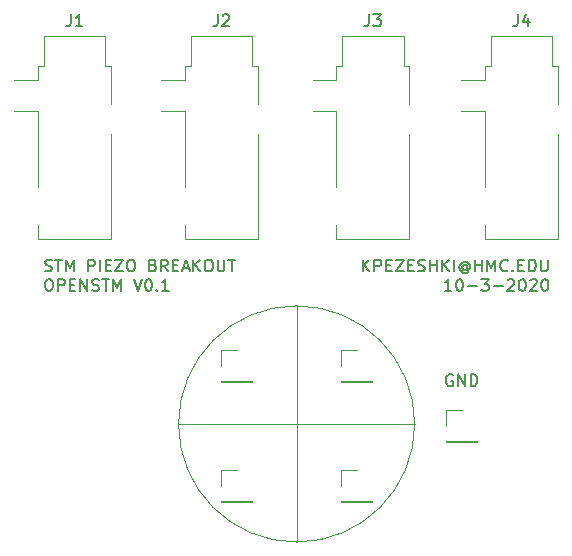
<source format=gbr>
%TF.GenerationSoftware,KiCad,Pcbnew,(5.1.6)-1*%
%TF.CreationDate,2020-10-08T10:17:58-07:00*%
%TF.ProjectId,piezobreakout,7069657a-6f62-4726-9561-6b6f75742e6b,rev?*%
%TF.SameCoordinates,Original*%
%TF.FileFunction,Legend,Top*%
%TF.FilePolarity,Positive*%
%FSLAX46Y46*%
G04 Gerber Fmt 4.6, Leading zero omitted, Abs format (unit mm)*
G04 Created by KiCad (PCBNEW (5.1.6)-1) date 2020-10-08 10:17:58*
%MOMM*%
%LPD*%
G01*
G04 APERTURE LIST*
%ADD10C,0.150000*%
%ADD11C,0.120000*%
G04 APERTURE END LIST*
D10*
X133857738Y-94877380D02*
X133857738Y-93877380D01*
X134429166Y-94877380D02*
X134000595Y-94305952D01*
X134429166Y-93877380D02*
X133857738Y-94448809D01*
X134857738Y-94877380D02*
X134857738Y-93877380D01*
X135238690Y-93877380D01*
X135333928Y-93925000D01*
X135381547Y-93972619D01*
X135429166Y-94067857D01*
X135429166Y-94210714D01*
X135381547Y-94305952D01*
X135333928Y-94353571D01*
X135238690Y-94401190D01*
X134857738Y-94401190D01*
X135857738Y-94353571D02*
X136191071Y-94353571D01*
X136333928Y-94877380D02*
X135857738Y-94877380D01*
X135857738Y-93877380D01*
X136333928Y-93877380D01*
X136667261Y-93877380D02*
X137333928Y-93877380D01*
X136667261Y-94877380D01*
X137333928Y-94877380D01*
X137714880Y-94353571D02*
X138048214Y-94353571D01*
X138191071Y-94877380D02*
X137714880Y-94877380D01*
X137714880Y-93877380D01*
X138191071Y-93877380D01*
X138572023Y-94829761D02*
X138714880Y-94877380D01*
X138952976Y-94877380D01*
X139048214Y-94829761D01*
X139095833Y-94782142D01*
X139143452Y-94686904D01*
X139143452Y-94591666D01*
X139095833Y-94496428D01*
X139048214Y-94448809D01*
X138952976Y-94401190D01*
X138762500Y-94353571D01*
X138667261Y-94305952D01*
X138619642Y-94258333D01*
X138572023Y-94163095D01*
X138572023Y-94067857D01*
X138619642Y-93972619D01*
X138667261Y-93925000D01*
X138762500Y-93877380D01*
X139000595Y-93877380D01*
X139143452Y-93925000D01*
X139572023Y-94877380D02*
X139572023Y-93877380D01*
X139572023Y-94353571D02*
X140143452Y-94353571D01*
X140143452Y-94877380D02*
X140143452Y-93877380D01*
X140619642Y-94877380D02*
X140619642Y-93877380D01*
X141191071Y-94877380D02*
X140762500Y-94305952D01*
X141191071Y-93877380D02*
X140619642Y-94448809D01*
X141619642Y-94877380D02*
X141619642Y-93877380D01*
X142714880Y-94401190D02*
X142667261Y-94353571D01*
X142572023Y-94305952D01*
X142476785Y-94305952D01*
X142381547Y-94353571D01*
X142333928Y-94401190D01*
X142286309Y-94496428D01*
X142286309Y-94591666D01*
X142333928Y-94686904D01*
X142381547Y-94734523D01*
X142476785Y-94782142D01*
X142572023Y-94782142D01*
X142667261Y-94734523D01*
X142714880Y-94686904D01*
X142714880Y-94305952D02*
X142714880Y-94686904D01*
X142762500Y-94734523D01*
X142810119Y-94734523D01*
X142905357Y-94686904D01*
X142952976Y-94591666D01*
X142952976Y-94353571D01*
X142857738Y-94210714D01*
X142714880Y-94115476D01*
X142524404Y-94067857D01*
X142333928Y-94115476D01*
X142191071Y-94210714D01*
X142095833Y-94353571D01*
X142048214Y-94544047D01*
X142095833Y-94734523D01*
X142191071Y-94877380D01*
X142333928Y-94972619D01*
X142524404Y-95020238D01*
X142714880Y-94972619D01*
X142857738Y-94877380D01*
X143381547Y-94877380D02*
X143381547Y-93877380D01*
X143381547Y-94353571D02*
X143952976Y-94353571D01*
X143952976Y-94877380D02*
X143952976Y-93877380D01*
X144429166Y-94877380D02*
X144429166Y-93877380D01*
X144762500Y-94591666D01*
X145095833Y-93877380D01*
X145095833Y-94877380D01*
X146143452Y-94782142D02*
X146095833Y-94829761D01*
X145952976Y-94877380D01*
X145857738Y-94877380D01*
X145714880Y-94829761D01*
X145619642Y-94734523D01*
X145572023Y-94639285D01*
X145524404Y-94448809D01*
X145524404Y-94305952D01*
X145572023Y-94115476D01*
X145619642Y-94020238D01*
X145714880Y-93925000D01*
X145857738Y-93877380D01*
X145952976Y-93877380D01*
X146095833Y-93925000D01*
X146143452Y-93972619D01*
X146572023Y-94782142D02*
X146619642Y-94829761D01*
X146572023Y-94877380D01*
X146524404Y-94829761D01*
X146572023Y-94782142D01*
X146572023Y-94877380D01*
X147048214Y-94353571D02*
X147381547Y-94353571D01*
X147524404Y-94877380D02*
X147048214Y-94877380D01*
X147048214Y-93877380D01*
X147524404Y-93877380D01*
X147952976Y-94877380D02*
X147952976Y-93877380D01*
X148191071Y-93877380D01*
X148333928Y-93925000D01*
X148429166Y-94020238D01*
X148476785Y-94115476D01*
X148524404Y-94305952D01*
X148524404Y-94448809D01*
X148476785Y-94639285D01*
X148429166Y-94734523D01*
X148333928Y-94829761D01*
X148191071Y-94877380D01*
X147952976Y-94877380D01*
X148952976Y-93877380D02*
X148952976Y-94686904D01*
X149000595Y-94782142D01*
X149048214Y-94829761D01*
X149143452Y-94877380D01*
X149333928Y-94877380D01*
X149429166Y-94829761D01*
X149476785Y-94782142D01*
X149524404Y-94686904D01*
X149524404Y-93877380D01*
X141381547Y-96527380D02*
X140810119Y-96527380D01*
X141095833Y-96527380D02*
X141095833Y-95527380D01*
X141000595Y-95670238D01*
X140905357Y-95765476D01*
X140810119Y-95813095D01*
X142000595Y-95527380D02*
X142095833Y-95527380D01*
X142191071Y-95575000D01*
X142238690Y-95622619D01*
X142286309Y-95717857D01*
X142333928Y-95908333D01*
X142333928Y-96146428D01*
X142286309Y-96336904D01*
X142238690Y-96432142D01*
X142191071Y-96479761D01*
X142095833Y-96527380D01*
X142000595Y-96527380D01*
X141905357Y-96479761D01*
X141857738Y-96432142D01*
X141810119Y-96336904D01*
X141762500Y-96146428D01*
X141762500Y-95908333D01*
X141810119Y-95717857D01*
X141857738Y-95622619D01*
X141905357Y-95575000D01*
X142000595Y-95527380D01*
X142762500Y-96146428D02*
X143524404Y-96146428D01*
X143905357Y-95527380D02*
X144524404Y-95527380D01*
X144191071Y-95908333D01*
X144333928Y-95908333D01*
X144429166Y-95955952D01*
X144476785Y-96003571D01*
X144524404Y-96098809D01*
X144524404Y-96336904D01*
X144476785Y-96432142D01*
X144429166Y-96479761D01*
X144333928Y-96527380D01*
X144048214Y-96527380D01*
X143952976Y-96479761D01*
X143905357Y-96432142D01*
X144952976Y-96146428D02*
X145714880Y-96146428D01*
X146143452Y-95622619D02*
X146191071Y-95575000D01*
X146286309Y-95527380D01*
X146524404Y-95527380D01*
X146619642Y-95575000D01*
X146667261Y-95622619D01*
X146714880Y-95717857D01*
X146714880Y-95813095D01*
X146667261Y-95955952D01*
X146095833Y-96527380D01*
X146714880Y-96527380D01*
X147333928Y-95527380D02*
X147429166Y-95527380D01*
X147524404Y-95575000D01*
X147572023Y-95622619D01*
X147619642Y-95717857D01*
X147667261Y-95908333D01*
X147667261Y-96146428D01*
X147619642Y-96336904D01*
X147572023Y-96432142D01*
X147524404Y-96479761D01*
X147429166Y-96527380D01*
X147333928Y-96527380D01*
X147238690Y-96479761D01*
X147191071Y-96432142D01*
X147143452Y-96336904D01*
X147095833Y-96146428D01*
X147095833Y-95908333D01*
X147143452Y-95717857D01*
X147191071Y-95622619D01*
X147238690Y-95575000D01*
X147333928Y-95527380D01*
X148048214Y-95622619D02*
X148095833Y-95575000D01*
X148191071Y-95527380D01*
X148429166Y-95527380D01*
X148524404Y-95575000D01*
X148572023Y-95622619D01*
X148619642Y-95717857D01*
X148619642Y-95813095D01*
X148572023Y-95955952D01*
X148000595Y-96527380D01*
X148619642Y-96527380D01*
X149238690Y-95527380D02*
X149333928Y-95527380D01*
X149429166Y-95575000D01*
X149476785Y-95622619D01*
X149524404Y-95717857D01*
X149572023Y-95908333D01*
X149572023Y-96146428D01*
X149524404Y-96336904D01*
X149476785Y-96432142D01*
X149429166Y-96479761D01*
X149333928Y-96527380D01*
X149238690Y-96527380D01*
X149143452Y-96479761D01*
X149095833Y-96432142D01*
X149048214Y-96336904D01*
X149000595Y-96146428D01*
X149000595Y-95908333D01*
X149048214Y-95717857D01*
X149095833Y-95622619D01*
X149143452Y-95575000D01*
X149238690Y-95527380D01*
X106967976Y-94829761D02*
X107110833Y-94877380D01*
X107348928Y-94877380D01*
X107444166Y-94829761D01*
X107491785Y-94782142D01*
X107539404Y-94686904D01*
X107539404Y-94591666D01*
X107491785Y-94496428D01*
X107444166Y-94448809D01*
X107348928Y-94401190D01*
X107158452Y-94353571D01*
X107063214Y-94305952D01*
X107015595Y-94258333D01*
X106967976Y-94163095D01*
X106967976Y-94067857D01*
X107015595Y-93972619D01*
X107063214Y-93925000D01*
X107158452Y-93877380D01*
X107396547Y-93877380D01*
X107539404Y-93925000D01*
X107825119Y-93877380D02*
X108396547Y-93877380D01*
X108110833Y-94877380D02*
X108110833Y-93877380D01*
X108729880Y-94877380D02*
X108729880Y-93877380D01*
X109063214Y-94591666D01*
X109396547Y-93877380D01*
X109396547Y-94877380D01*
X110634642Y-94877380D02*
X110634642Y-93877380D01*
X111015595Y-93877380D01*
X111110833Y-93925000D01*
X111158452Y-93972619D01*
X111206071Y-94067857D01*
X111206071Y-94210714D01*
X111158452Y-94305952D01*
X111110833Y-94353571D01*
X111015595Y-94401190D01*
X110634642Y-94401190D01*
X111634642Y-94877380D02*
X111634642Y-93877380D01*
X112110833Y-94353571D02*
X112444166Y-94353571D01*
X112587023Y-94877380D02*
X112110833Y-94877380D01*
X112110833Y-93877380D01*
X112587023Y-93877380D01*
X112920357Y-93877380D02*
X113587023Y-93877380D01*
X112920357Y-94877380D01*
X113587023Y-94877380D01*
X114158452Y-93877380D02*
X114348928Y-93877380D01*
X114444166Y-93925000D01*
X114539404Y-94020238D01*
X114587023Y-94210714D01*
X114587023Y-94544047D01*
X114539404Y-94734523D01*
X114444166Y-94829761D01*
X114348928Y-94877380D01*
X114158452Y-94877380D01*
X114063214Y-94829761D01*
X113967976Y-94734523D01*
X113920357Y-94544047D01*
X113920357Y-94210714D01*
X113967976Y-94020238D01*
X114063214Y-93925000D01*
X114158452Y-93877380D01*
X116110833Y-94353571D02*
X116253690Y-94401190D01*
X116301309Y-94448809D01*
X116348928Y-94544047D01*
X116348928Y-94686904D01*
X116301309Y-94782142D01*
X116253690Y-94829761D01*
X116158452Y-94877380D01*
X115777500Y-94877380D01*
X115777500Y-93877380D01*
X116110833Y-93877380D01*
X116206071Y-93925000D01*
X116253690Y-93972619D01*
X116301309Y-94067857D01*
X116301309Y-94163095D01*
X116253690Y-94258333D01*
X116206071Y-94305952D01*
X116110833Y-94353571D01*
X115777500Y-94353571D01*
X117348928Y-94877380D02*
X117015595Y-94401190D01*
X116777500Y-94877380D02*
X116777500Y-93877380D01*
X117158452Y-93877380D01*
X117253690Y-93925000D01*
X117301309Y-93972619D01*
X117348928Y-94067857D01*
X117348928Y-94210714D01*
X117301309Y-94305952D01*
X117253690Y-94353571D01*
X117158452Y-94401190D01*
X116777500Y-94401190D01*
X117777500Y-94353571D02*
X118110833Y-94353571D01*
X118253690Y-94877380D02*
X117777500Y-94877380D01*
X117777500Y-93877380D01*
X118253690Y-93877380D01*
X118634642Y-94591666D02*
X119110833Y-94591666D01*
X118539404Y-94877380D02*
X118872738Y-93877380D01*
X119206071Y-94877380D01*
X119539404Y-94877380D02*
X119539404Y-93877380D01*
X120110833Y-94877380D02*
X119682261Y-94305952D01*
X120110833Y-93877380D02*
X119539404Y-94448809D01*
X120729880Y-93877380D02*
X120920357Y-93877380D01*
X121015595Y-93925000D01*
X121110833Y-94020238D01*
X121158452Y-94210714D01*
X121158452Y-94544047D01*
X121110833Y-94734523D01*
X121015595Y-94829761D01*
X120920357Y-94877380D01*
X120729880Y-94877380D01*
X120634642Y-94829761D01*
X120539404Y-94734523D01*
X120491785Y-94544047D01*
X120491785Y-94210714D01*
X120539404Y-94020238D01*
X120634642Y-93925000D01*
X120729880Y-93877380D01*
X121587023Y-93877380D02*
X121587023Y-94686904D01*
X121634642Y-94782142D01*
X121682261Y-94829761D01*
X121777500Y-94877380D01*
X121967976Y-94877380D01*
X122063214Y-94829761D01*
X122110833Y-94782142D01*
X122158452Y-94686904D01*
X122158452Y-93877380D01*
X122491785Y-93877380D02*
X123063214Y-93877380D01*
X122777500Y-94877380D02*
X122777500Y-93877380D01*
X107206071Y-95527380D02*
X107396547Y-95527380D01*
X107491785Y-95575000D01*
X107587023Y-95670238D01*
X107634642Y-95860714D01*
X107634642Y-96194047D01*
X107587023Y-96384523D01*
X107491785Y-96479761D01*
X107396547Y-96527380D01*
X107206071Y-96527380D01*
X107110833Y-96479761D01*
X107015595Y-96384523D01*
X106967976Y-96194047D01*
X106967976Y-95860714D01*
X107015595Y-95670238D01*
X107110833Y-95575000D01*
X107206071Y-95527380D01*
X108063214Y-96527380D02*
X108063214Y-95527380D01*
X108444166Y-95527380D01*
X108539404Y-95575000D01*
X108587023Y-95622619D01*
X108634642Y-95717857D01*
X108634642Y-95860714D01*
X108587023Y-95955952D01*
X108539404Y-96003571D01*
X108444166Y-96051190D01*
X108063214Y-96051190D01*
X109063214Y-96003571D02*
X109396547Y-96003571D01*
X109539404Y-96527380D02*
X109063214Y-96527380D01*
X109063214Y-95527380D01*
X109539404Y-95527380D01*
X109967976Y-96527380D02*
X109967976Y-95527380D01*
X110539404Y-96527380D01*
X110539404Y-95527380D01*
X110967976Y-96479761D02*
X111110833Y-96527380D01*
X111348928Y-96527380D01*
X111444166Y-96479761D01*
X111491785Y-96432142D01*
X111539404Y-96336904D01*
X111539404Y-96241666D01*
X111491785Y-96146428D01*
X111444166Y-96098809D01*
X111348928Y-96051190D01*
X111158452Y-96003571D01*
X111063214Y-95955952D01*
X111015595Y-95908333D01*
X110967976Y-95813095D01*
X110967976Y-95717857D01*
X111015595Y-95622619D01*
X111063214Y-95575000D01*
X111158452Y-95527380D01*
X111396547Y-95527380D01*
X111539404Y-95575000D01*
X111825119Y-95527380D02*
X112396547Y-95527380D01*
X112110833Y-96527380D02*
X112110833Y-95527380D01*
X112729880Y-96527380D02*
X112729880Y-95527380D01*
X113063214Y-96241666D01*
X113396547Y-95527380D01*
X113396547Y-96527380D01*
X114491785Y-95527380D02*
X114825119Y-96527380D01*
X115158452Y-95527380D01*
X115682261Y-95527380D02*
X115777500Y-95527380D01*
X115872738Y-95575000D01*
X115920357Y-95622619D01*
X115967976Y-95717857D01*
X116015595Y-95908333D01*
X116015595Y-96146428D01*
X115967976Y-96336904D01*
X115920357Y-96432142D01*
X115872738Y-96479761D01*
X115777500Y-96527380D01*
X115682261Y-96527380D01*
X115587023Y-96479761D01*
X115539404Y-96432142D01*
X115491785Y-96336904D01*
X115444166Y-96146428D01*
X115444166Y-95908333D01*
X115491785Y-95717857D01*
X115539404Y-95622619D01*
X115587023Y-95575000D01*
X115682261Y-95527380D01*
X116444166Y-96432142D02*
X116491785Y-96479761D01*
X116444166Y-96527380D01*
X116396547Y-96479761D01*
X116444166Y-96432142D01*
X116444166Y-96527380D01*
X117444166Y-96527380D02*
X116872738Y-96527380D01*
X117158452Y-96527380D02*
X117158452Y-95527380D01*
X117063214Y-95670238D01*
X116967976Y-95765476D01*
X116872738Y-95813095D01*
X141478095Y-103640000D02*
X141382857Y-103592380D01*
X141240000Y-103592380D01*
X141097142Y-103640000D01*
X141001904Y-103735238D01*
X140954285Y-103830476D01*
X140906666Y-104020952D01*
X140906666Y-104163809D01*
X140954285Y-104354285D01*
X141001904Y-104449523D01*
X141097142Y-104544761D01*
X141240000Y-104592380D01*
X141335238Y-104592380D01*
X141478095Y-104544761D01*
X141525714Y-104497142D01*
X141525714Y-104163809D01*
X141335238Y-104163809D01*
X141954285Y-104592380D02*
X141954285Y-103592380D01*
X142525714Y-104592380D01*
X142525714Y-103592380D01*
X143001904Y-104592380D02*
X143001904Y-103592380D01*
X143240000Y-103592380D01*
X143382857Y-103640000D01*
X143478095Y-103735238D01*
X143525714Y-103830476D01*
X143573333Y-104020952D01*
X143573333Y-104163809D01*
X143525714Y-104354285D01*
X143478095Y-104449523D01*
X143382857Y-104544761D01*
X143240000Y-104592380D01*
X143001904Y-104592380D01*
D11*
X118270000Y-107790000D02*
X138270000Y-107790000D01*
X128270000Y-97790000D02*
X128270000Y-117790000D01*
X138270000Y-107790000D02*
G75*
G03*
X138270000Y-107790000I-10000000J0D01*
G01*
%TO.C,J9*%
X132020000Y-111700000D02*
X133350000Y-111700000D01*
X132020000Y-113030000D02*
X132020000Y-111700000D01*
X132020000Y-114300000D02*
X134680000Y-114300000D01*
X134680000Y-114300000D02*
X134680000Y-114360000D01*
X132020000Y-114300000D02*
X132020000Y-114360000D01*
X132020000Y-114360000D02*
X134680000Y-114360000D01*
%TO.C,J8*%
X121860000Y-111700000D02*
X123190000Y-111700000D01*
X121860000Y-113030000D02*
X121860000Y-111700000D01*
X121860000Y-114300000D02*
X124520000Y-114300000D01*
X124520000Y-114300000D02*
X124520000Y-114360000D01*
X121860000Y-114300000D02*
X121860000Y-114360000D01*
X121860000Y-114360000D02*
X124520000Y-114360000D01*
%TO.C,J7*%
X132020000Y-101540000D02*
X133350000Y-101540000D01*
X132020000Y-102870000D02*
X132020000Y-101540000D01*
X132020000Y-104140000D02*
X134680000Y-104140000D01*
X134680000Y-104140000D02*
X134680000Y-104200000D01*
X132020000Y-104140000D02*
X132020000Y-104200000D01*
X132020000Y-104200000D02*
X134680000Y-104200000D01*
%TO.C,J6*%
X121860000Y-101540000D02*
X123190000Y-101540000D01*
X121860000Y-102870000D02*
X121860000Y-101540000D01*
X121860000Y-104140000D02*
X124520000Y-104140000D01*
X124520000Y-104140000D02*
X124520000Y-104200000D01*
X121860000Y-104140000D02*
X121860000Y-104200000D01*
X121860000Y-104200000D02*
X124520000Y-104200000D01*
%TO.C,J5*%
X140910000Y-106620000D02*
X142240000Y-106620000D01*
X140910000Y-107950000D02*
X140910000Y-106620000D01*
X140910000Y-109220000D02*
X143570000Y-109220000D01*
X143570000Y-109220000D02*
X143570000Y-109280000D01*
X140910000Y-109220000D02*
X140910000Y-109280000D01*
X140910000Y-109280000D02*
X143570000Y-109280000D01*
%TO.C,J4*%
X144220000Y-81266000D02*
X142220000Y-81266000D01*
X144220000Y-78666000D02*
X142220000Y-78666000D01*
X144220000Y-87766000D02*
X144220000Y-81266000D01*
X144220000Y-92166000D02*
X144220000Y-90966000D01*
X150420000Y-92166000D02*
X144220000Y-92166000D01*
X150420000Y-83266000D02*
X150420000Y-92166000D01*
X150420000Y-77466000D02*
X150420000Y-80666000D01*
X149920000Y-77466000D02*
X150420000Y-77466000D01*
X149920000Y-74966000D02*
X149920000Y-77466000D01*
X144720000Y-74966000D02*
X149920000Y-74966000D01*
X144720000Y-77466000D02*
X144720000Y-74966000D01*
X144220000Y-77466000D02*
X144720000Y-77466000D01*
X144220000Y-78666000D02*
X144220000Y-77466000D01*
%TO.C,J3*%
X131630000Y-81266000D02*
X129630000Y-81266000D01*
X131630000Y-78666000D02*
X129630000Y-78666000D01*
X131630000Y-87766000D02*
X131630000Y-81266000D01*
X131630000Y-92166000D02*
X131630000Y-90966000D01*
X137830000Y-92166000D02*
X131630000Y-92166000D01*
X137830000Y-83266000D02*
X137830000Y-92166000D01*
X137830000Y-77466000D02*
X137830000Y-80666000D01*
X137330000Y-77466000D02*
X137830000Y-77466000D01*
X137330000Y-74966000D02*
X137330000Y-77466000D01*
X132130000Y-74966000D02*
X137330000Y-74966000D01*
X132130000Y-77466000D02*
X132130000Y-74966000D01*
X131630000Y-77466000D02*
X132130000Y-77466000D01*
X131630000Y-78666000D02*
X131630000Y-77466000D01*
%TO.C,J2*%
X118820000Y-81266000D02*
X116820000Y-81266000D01*
X118820000Y-78666000D02*
X116820000Y-78666000D01*
X118820000Y-87766000D02*
X118820000Y-81266000D01*
X118820000Y-92166000D02*
X118820000Y-90966000D01*
X125020000Y-92166000D02*
X118820000Y-92166000D01*
X125020000Y-83266000D02*
X125020000Y-92166000D01*
X125020000Y-77466000D02*
X125020000Y-80666000D01*
X124520000Y-77466000D02*
X125020000Y-77466000D01*
X124520000Y-74966000D02*
X124520000Y-77466000D01*
X119320000Y-74966000D02*
X124520000Y-74966000D01*
X119320000Y-77466000D02*
X119320000Y-74966000D01*
X118820000Y-77466000D02*
X119320000Y-77466000D01*
X118820000Y-78666000D02*
X118820000Y-77466000D01*
%TO.C,J1*%
X106374000Y-81266000D02*
X104374000Y-81266000D01*
X106374000Y-78666000D02*
X104374000Y-78666000D01*
X106374000Y-87766000D02*
X106374000Y-81266000D01*
X106374000Y-92166000D02*
X106374000Y-90966000D01*
X112574000Y-92166000D02*
X106374000Y-92166000D01*
X112574000Y-83266000D02*
X112574000Y-92166000D01*
X112574000Y-77466000D02*
X112574000Y-80666000D01*
X112074000Y-77466000D02*
X112574000Y-77466000D01*
X112074000Y-74966000D02*
X112074000Y-77466000D01*
X106874000Y-74966000D02*
X112074000Y-74966000D01*
X106874000Y-77466000D02*
X106874000Y-74966000D01*
X106374000Y-77466000D02*
X106874000Y-77466000D01*
X106374000Y-78666000D02*
X106374000Y-77466000D01*
%TO.C,J4*%
D10*
X146986666Y-73118380D02*
X146986666Y-73832666D01*
X146939047Y-73975523D01*
X146843809Y-74070761D01*
X146700952Y-74118380D01*
X146605714Y-74118380D01*
X147891428Y-73451714D02*
X147891428Y-74118380D01*
X147653333Y-73070761D02*
X147415238Y-73785047D01*
X148034285Y-73785047D01*
%TO.C,J3*%
X134396666Y-73118380D02*
X134396666Y-73832666D01*
X134349047Y-73975523D01*
X134253809Y-74070761D01*
X134110952Y-74118380D01*
X134015714Y-74118380D01*
X134777619Y-73118380D02*
X135396666Y-73118380D01*
X135063333Y-73499333D01*
X135206190Y-73499333D01*
X135301428Y-73546952D01*
X135349047Y-73594571D01*
X135396666Y-73689809D01*
X135396666Y-73927904D01*
X135349047Y-74023142D01*
X135301428Y-74070761D01*
X135206190Y-74118380D01*
X134920476Y-74118380D01*
X134825238Y-74070761D01*
X134777619Y-74023142D01*
%TO.C,J2*%
X121586666Y-73118380D02*
X121586666Y-73832666D01*
X121539047Y-73975523D01*
X121443809Y-74070761D01*
X121300952Y-74118380D01*
X121205714Y-74118380D01*
X122015238Y-73213619D02*
X122062857Y-73166000D01*
X122158095Y-73118380D01*
X122396190Y-73118380D01*
X122491428Y-73166000D01*
X122539047Y-73213619D01*
X122586666Y-73308857D01*
X122586666Y-73404095D01*
X122539047Y-73546952D01*
X121967619Y-74118380D01*
X122586666Y-74118380D01*
%TO.C,J1*%
X109140666Y-73118380D02*
X109140666Y-73832666D01*
X109093047Y-73975523D01*
X108997809Y-74070761D01*
X108854952Y-74118380D01*
X108759714Y-74118380D01*
X110140666Y-74118380D02*
X109569238Y-74118380D01*
X109854952Y-74118380D02*
X109854952Y-73118380D01*
X109759714Y-73261238D01*
X109664476Y-73356476D01*
X109569238Y-73404095D01*
%TD*%
M02*

</source>
